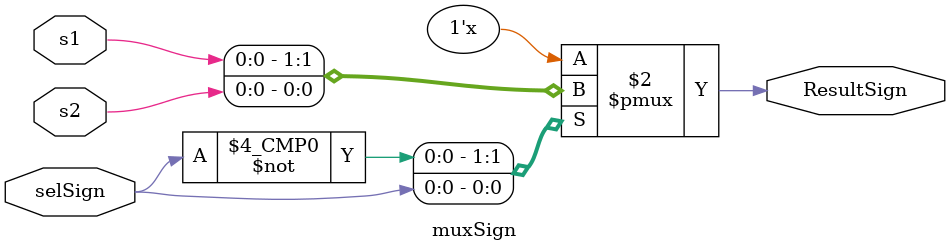
<source format=v>
module muxSign(input s1, input s2, input selSign, output reg ResultSign);
	always @ (s1 or s2 or selSign)
	begin
		case (selSign)
			0:
			begin
				ResultSign=s1;
			end
			1:
			begin
				ResultSign=s2;
			end
		endcase
	end
endmodule
</source>
